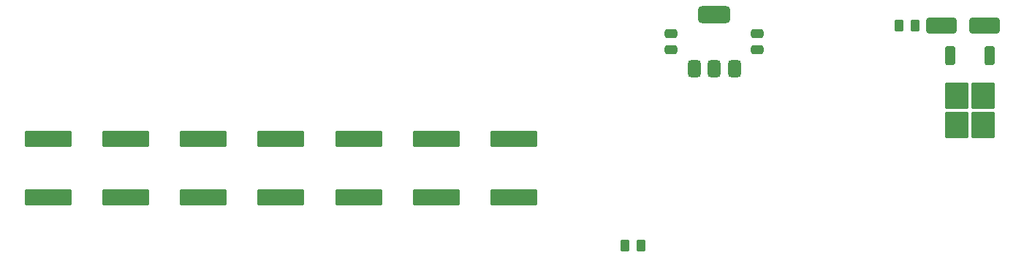
<source format=gbr>
%TF.GenerationSoftware,KiCad,Pcbnew,8.0.8*%
%TF.CreationDate,2025-01-18T19:00:11-08:00*%
%TF.ProjectId,Power_PCB,506f7765-725f-4504-9342-2e6b69636164,rev?*%
%TF.SameCoordinates,Original*%
%TF.FileFunction,Paste,Bot*%
%TF.FilePolarity,Positive*%
%FSLAX46Y46*%
G04 Gerber Fmt 4.6, Leading zero omitted, Abs format (unit mm)*
G04 Created by KiCad (PCBNEW 8.0.8) date 2025-01-18 19:00:11*
%MOMM*%
%LPD*%
G01*
G04 APERTURE LIST*
G04 Aperture macros list*
%AMRoundRect*
0 Rectangle with rounded corners*
0 $1 Rounding radius*
0 $2 $3 $4 $5 $6 $7 $8 $9 X,Y pos of 4 corners*
0 Add a 4 corners polygon primitive as box body*
4,1,4,$2,$3,$4,$5,$6,$7,$8,$9,$2,$3,0*
0 Add four circle primitives for the rounded corners*
1,1,$1+$1,$2,$3*
1,1,$1+$1,$4,$5*
1,1,$1+$1,$6,$7*
1,1,$1+$1,$8,$9*
0 Add four rect primitives between the rounded corners*
20,1,$1+$1,$2,$3,$4,$5,0*
20,1,$1+$1,$4,$5,$6,$7,0*
20,1,$1+$1,$6,$7,$8,$9,0*
20,1,$1+$1,$8,$9,$2,$3,0*%
G04 Aperture macros list end*
%ADD10RoundRect,0.250000X2.475000X-0.712500X2.475000X0.712500X-2.475000X0.712500X-2.475000X-0.712500X0*%
%ADD11RoundRect,0.250000X0.475000X-0.250000X0.475000X0.250000X-0.475000X0.250000X-0.475000X-0.250000X0*%
%ADD12RoundRect,0.375000X0.375000X-0.625000X0.375000X0.625000X-0.375000X0.625000X-0.375000X-0.625000X0*%
%ADD13RoundRect,0.500000X1.400000X-0.500000X1.400000X0.500000X-1.400000X0.500000X-1.400000X-0.500000X0*%
%ADD14RoundRect,0.250000X0.262500X0.450000X-0.262500X0.450000X-0.262500X-0.450000X0.262500X-0.450000X0*%
%ADD15RoundRect,0.250000X1.500000X0.650000X-1.500000X0.650000X-1.500000X-0.650000X1.500000X-0.650000X0*%
%ADD16RoundRect,0.250000X-0.350000X0.850000X-0.350000X-0.850000X0.350000X-0.850000X0.350000X0.850000X0*%
%ADD17RoundRect,0.250000X-1.125000X1.275000X-1.125000X-1.275000X1.125000X-1.275000X1.125000X1.275000X0*%
G04 APERTURE END LIST*
D10*
%TO.C,F3*%
X67000000Y-60387500D03*
X67000000Y-53612500D03*
%TD*%
D11*
%TO.C,C2*%
X112200000Y-43300000D03*
X112200000Y-41400000D03*
%TD*%
D10*
%TO.C,F2*%
X94000000Y-60387500D03*
X94000000Y-53612500D03*
%TD*%
%TO.C,F4*%
X40000000Y-60387500D03*
X40000000Y-53612500D03*
%TD*%
%TO.C,F5*%
X49000000Y-60387500D03*
X49000000Y-53612500D03*
%TD*%
D12*
%TO.C,U1*%
X119500000Y-45500000D03*
X117200000Y-45500000D03*
X114900000Y-45500000D03*
D13*
X117200000Y-39200000D03*
%TD*%
D10*
%TO.C,F8*%
X58000000Y-60387500D03*
X58000000Y-53612500D03*
%TD*%
D14*
%TO.C,R13*%
X108662500Y-66000000D03*
X106837500Y-66000000D03*
%TD*%
%TO.C,R3*%
X140412500Y-40500000D03*
X138587500Y-40500000D03*
%TD*%
D15*
%TO.C,D3*%
X148500000Y-40500000D03*
X143500000Y-40500000D03*
%TD*%
D16*
%TO.C,Q1*%
X144500000Y-44000000D03*
D17*
X148305000Y-48625000D03*
X145255000Y-48625000D03*
X148305000Y-51975000D03*
X145255000Y-51975000D03*
D16*
X149060000Y-44000000D03*
%TD*%
D10*
%TO.C,F6*%
X76000000Y-60387500D03*
X76000000Y-53612500D03*
%TD*%
D11*
%TO.C,C1*%
X122200000Y-43300000D03*
X122200000Y-41400000D03*
%TD*%
D10*
%TO.C,F7*%
X85000000Y-60387500D03*
X85000000Y-53612500D03*
%TD*%
M02*

</source>
